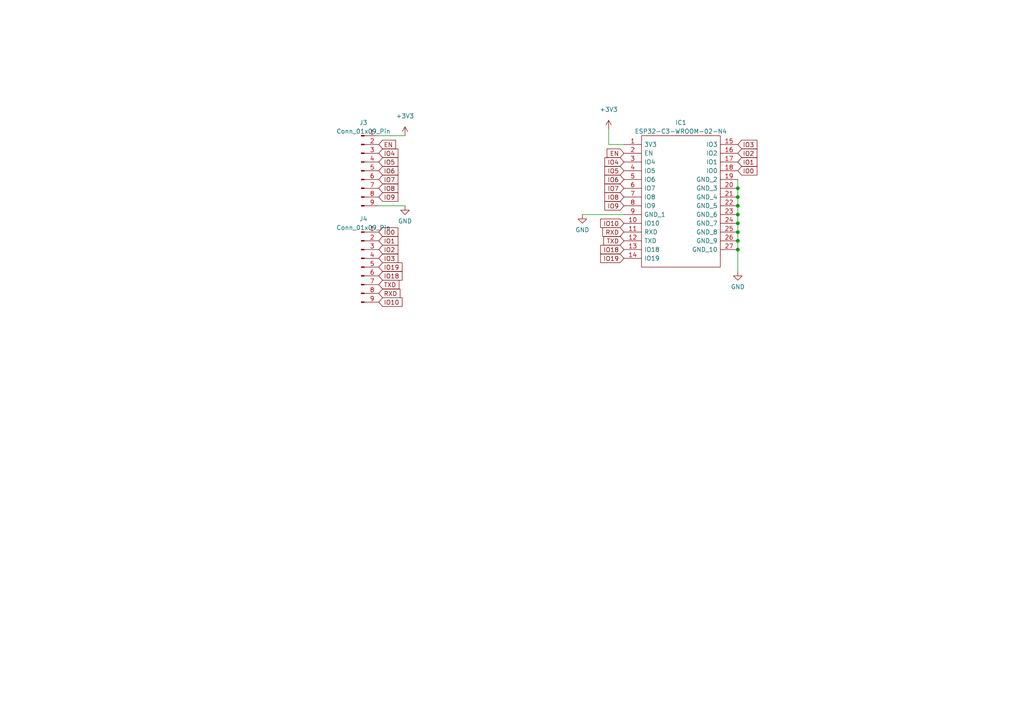
<source format=kicad_sch>
(kicad_sch (version 20230121) (generator eeschema)
  (paper "A4")
  (lib_symbols
    (symbol "Connector:Conn_01x09_Pin" (pin_names (offset 1.016) hide)
      (property "Reference" "J" (at 0 12.7 0))
      (property "Value" "Conn_01x09_Pin" (at 0 -12.7 0))
      (symbol "Conn_01x09_Pin_1_1"
        (polyline (pts (xy 1.27 -10.16) (xy 0.8636 -10.16)) (stroke (width 0.1524)))
        (polyline (pts (xy 1.27 -7.62) (xy 0.8636 -7.62)) (stroke (width 0.1524)))
        (polyline (pts (xy 1.27 -5.08) (xy 0.8636 -5.08)) (stroke (width 0.1524)))
        (polyline (pts (xy 1.27 -2.54) (xy 0.8636 -2.54)) (stroke (width 0.1524)))
        (polyline (pts (xy 1.27 0) (xy 0.8636 0)) (stroke (width 0.1524)))
        (polyline (pts (xy 1.27 2.54) (xy 0.8636 2.54)) (stroke (width 0.1524)))
        (polyline (pts (xy 1.27 5.08) (xy 0.8636 5.08)) (stroke (width 0.1524)))
        (polyline (pts (xy 1.27 7.62) (xy 0.8636 7.62)) (stroke (width 0.1524)))
        (polyline (pts (xy 1.27 10.16) (xy 0.8636 10.16)) (stroke (width 0.1524)))
        (rectangle (start 0.8636 -10.033) (end 0 -10.287) (stroke (width 0.1524)) (fill (type outline)))
        (rectangle (start 0.8636 -7.493) (end 0 -7.747) (stroke (width 0.1524)) (fill (type outline)))
        (rectangle (start 0.8636 -4.953) (end 0 -5.207) (stroke (width 0.1524)) (fill (type outline)))
        (rectangle (start 0.8636 -2.413) (end 0 -2.667) (stroke (width 0.1524)) (fill (type outline)))
        (rectangle (start 0.8636 0.127) (end 0 -0.127) (stroke (width 0.1524)) (fill (type outline)))
        (rectangle (start 0.8636 2.667) (end 0 2.413) (stroke (width 0.1524)) (fill (type outline)))
        (rectangle (start 0.8636 5.207) (end 0 4.953) (stroke (width 0.1524)) (fill (type outline)))
        (rectangle (start 0.8636 7.747) (end 0 7.493) (stroke (width 0.1524)) (fill (type outline)))
        (rectangle (start 0.8636 10.287) (end 0 10.033) (stroke (width 0.1524)) (fill (type outline)))
        (pin passive line (at 5.08 10.16 180) (length 3.81) (name "Pin_1") (number "1"))
        (pin passive line (at 5.08 7.62 180) (length 3.81) (name "Pin_2") (number "2"))
        (pin passive line (at 5.08 5.08 180) (length 3.81) (name "Pin_3") (number "3"))
        (pin passive line (at 5.08 2.54 180) (length 3.81) (name "Pin_4") (number "4"))
        (pin passive line (at 5.08 0 180) (length 3.81) (name "Pin_5") (number "5"))
        (pin passive line (at 5.08 -2.54 180) (length 3.81) (name "Pin_6") (number "6"))
        (pin passive line (at 5.08 -5.08 180) (length 3.81) (name "Pin_7") (number "7"))
        (pin passive line (at 5.08 -7.62 180) (length 3.81) (name "Pin_8") (number "8"))
        (pin passive line (at 5.08 -10.16 180) (length 3.81) (name "Pin_9") (number "9"))
      )
    )
    (symbol "ESP32-C3-WROOM-02-N4:ESP32-C3-WROOM-02-N4" (pin_names (offset 0.762))
      (property "Reference" "IC" (at 29.21 7.62 0))
      (property "Value" "ESP32-C3-WROOM-02-N4" (at 29.21 5.08 0))
      (symbol "ESP32-C3-WROOM-02-N4_0_0"
        (pin passive line (at 0 0 0) (length 5.08) (name "3V3") (number "1"))
        (pin passive line (at 0 -22.86 0) (length 5.08) (name "IO10") (number "10"))
        (pin passive line (at 0 -25.4 0) (length 5.08) (name "RXD") (number "11"))
        (pin passive line (at 0 -27.94 0) (length 5.08) (name "TXD") (number "12"))
        (pin passive line (at 0 -30.48 0) (length 5.08) (name "IO18") (number "13"))
        (pin passive line (at 0 -33.02 0) (length 5.08) (name "IO19") (number "14"))
        (pin passive line (at 33.02 0 180) (length 5.08) (name "IO3") (number "15"))
        (pin passive line (at 33.02 -2.54 180) (length 5.08) (name "IO2") (number "16"))
        (pin passive line (at 33.02 -5.08 180) (length 5.08) (name "IO1") (number "17"))
        (pin passive line (at 33.02 -7.62 180) (length 5.08) (name "IO0") (number "18"))
        (pin passive line (at 33.02 -10.16 180) (length 5.08) (name "GND_2") (number "19"))
        (pin passive line (at 0 -2.54 0) (length 5.08) (name "EN") (number "2"))
        (pin passive line (at 33.02 -12.7 180) (length 5.08) (name "GND_3") (number "20"))
        (pin passive line (at 33.02 -15.24 180) (length 5.08) (name "GND_4") (number "21"))
        (pin passive line (at 33.02 -17.78 180) (length 5.08) (name "GND_5") (number "22"))
        (pin passive line (at 33.02 -20.32 180) (length 5.08) (name "GND_6") (number "23"))
        (pin passive line (at 33.02 -22.86 180) (length 5.08) (name "GND_7") (number "24"))
        (pin passive line (at 33.02 -25.4 180) (length 5.08) (name "GND_8") (number "25"))
        (pin passive line (at 33.02 -27.94 180) (length 5.08) (name "GND_9") (number "26"))
        (pin passive line (at 33.02 -30.48 180) (length 5.08) (name "GND_10") (number "27"))
        (pin passive line (at 0 -5.08 0) (length 5.08) (name "IO4") (number "3"))
        (pin passive line (at 0 -7.62 0) (length 5.08) (name "IO5") (number "4"))
        (pin passive line (at 0 -10.16 0) (length 5.08) (name "IO6") (number "5"))
        (pin passive line (at 0 -12.7 0) (length 5.08) (name "IO7") (number "6"))
        (pin passive line (at 0 -15.24 0) (length 5.08) (name "IO8") (number "7"))
        (pin passive line (at 0 -17.78 0) (length 5.08) (name "IO9") (number "8"))
        (pin passive line (at 0 -20.32 0) (length 5.08) (name "GND_1") (number "9"))
      )
      (symbol "ESP32-C3-WROOM-02-N4_0_1"
        (polyline (pts (xy 5.08 2.54) (xy 27.94 2.54) (xy 27.94 -35.56) (xy 5.08 -35.56) (xy 5.08 2.54)) (stroke (width 0.1524)))
      )
    )
    (symbol "power:+3V3" (power) (pin_names (offset 0))
      (property "Value" "+3V3" (at 0 3.556 0))
      (symbol "+3V3_0_1"
        (polyline (pts (xy -0.762 1.27) (xy 0 2.54)))
        (polyline (pts (xy 0 0) (xy 0 2.54)))
        (polyline (pts (xy 0 2.54) (xy 0.762 1.27)))
      )
      (symbol "+3V3_1_1"
        (pin power_in line (at 0 0 90) (length 0) hide (name "+3V3") (number "1"))
      )
    )
    (symbol "power:GND" (power) (pin_names (offset 0))
      (property "Value" "GND" (at 0 -3.81 0))
      (symbol "GND_0_1"
        (polyline (pts (xy 0 0) (xy 0 -1.27) (xy 1.27 -1.27) (xy 0 -2.54) (xy -1.27 -1.27) (xy 0 -1.27)))
      )
      (symbol "GND_1_1"
        (pin power_in line (at 0 0 270) (length 0) hide (name "GND") (number "1"))
      )
    )
  )
  (junction (at 213.995 62.23))
  (junction (at 213.995 72.39))
  (junction (at 213.995 59.69))
  (junction (at 213.995 67.31))
  (junction (at 213.995 54.61))
  (junction (at 213.995 69.85))
  (junction (at 213.995 64.77))
  (junction (at 213.995 57.15))
  (wire (pts (xy 109.855 39.37) (xy 117.475 39.37)))
  (wire (pts (xy 213.995 52.07) (xy 213.995 54.61)))
  (wire (pts (xy 168.91 62.23) (xy 180.975 62.23)))
  (wire (pts (xy 180.975 41.91) (xy 176.53 41.91)))
  (wire (pts (xy 213.995 72.39) (xy 213.995 78.74)))
  (wire (pts (xy 213.995 62.23) (xy 213.995 64.77)))
  (wire (pts (xy 176.53 41.91) (xy 176.53 37.465)))
  (wire (pts (xy 213.995 54.61) (xy 213.995 57.15)))
  (wire (pts (xy 213.995 67.31) (xy 213.995 69.85)))
  (wire (pts (xy 213.995 69.85) (xy 213.995 72.39)))
  (wire (pts (xy 109.855 59.69) (xy 117.475 59.69)))
  (wire (pts (xy 213.995 59.69) (xy 213.995 62.23)))
  (wire (pts (xy 213.995 64.77) (xy 213.995 67.31)))
  (wire (pts (xy 213.995 57.15) (xy 213.995 59.69)))
  (global_label "IO2" (shape input) (at 213.995 44.45 0) (property "Intersheetrefs" "${INTERSHEET_REFS}" (effects hide)))
  (global_label "IO4" (shape input) (at 109.855 44.45 0) (property "Intersheetrefs" "${INTERSHEET_REFS}" (effects hide)))
  (global_label "IO10" (shape input) (at 109.855 87.63 0) (property "Intersheetrefs" "${INTERSHEET_REFS}" (effects hide)))
  (global_label "IO8" (shape input) (at 109.855 54.61 0) (property "Intersheetrefs" "${INTERSHEET_REFS}" (effects hide)))
  (global_label "IO0" (shape input) (at 109.855 67.31 0) (property "Intersheetrefs" "${INTERSHEET_REFS}" (effects hide)))
  (global_label "IO7" (shape input) (at 180.975 54.61 180) (property "Intersheetrefs" "${INTERSHEET_REFS}" (effects hide)))
  (global_label "IO5" (shape input) (at 109.855 46.99 0) (property "Intersheetrefs" "${INTERSHEET_REFS}" (effects hide)))
  (global_label "IO8" (shape input) (at 180.975 57.15 180) (property "Intersheetrefs" "${INTERSHEET_REFS}" (effects hide)))
  (global_label "EN" (shape input) (at 109.855 41.91 0) (property "Intersheetrefs" "${INTERSHEET_REFS}" (effects hide)))
  (global_label "RXD" (shape input) (at 180.975 67.31 180) (property "Intersheetrefs" "${INTERSHEET_REFS}" (effects hide)))
  (global_label "IO6" (shape input) (at 180.975 52.07 180) (property "Intersheetrefs" "${INTERSHEET_REFS}" (effects hide)))
  (global_label "IO3" (shape input) (at 213.995 41.91 0) (property "Intersheetrefs" "${INTERSHEET_REFS}" (effects hide)))
  (global_label "IO19" (shape input) (at 180.975 74.93 180) (property "Intersheetrefs" "${INTERSHEET_REFS}" (effects hide)))
  (global_label "IO1" (shape input) (at 213.995 46.99 0) (property "Intersheetrefs" "${INTERSHEET_REFS}" (effects hide)))
  (global_label "EN" (shape input) (at 180.975 44.45 180) (property "Intersheetrefs" "${INTERSHEET_REFS}" (effects hide)))
  (global_label "IO18" (shape input) (at 109.855 80.01 0) (property "Intersheetrefs" "${INTERSHEET_REFS}" (effects hide)))
  (global_label "IO18" (shape input) (at 180.975 72.39 180) (property "Intersheetrefs" "${INTERSHEET_REFS}" (effects hide)))
  (global_label "IO4" (shape input) (at 180.975 46.99 180) (property "Intersheetrefs" "${INTERSHEET_REFS}" (effects hide)))
  (global_label "TXD" (shape input) (at 109.855 82.55 0) (property "Intersheetrefs" "${INTERSHEET_REFS}" (effects hide)))
  (global_label "IO7" (shape input) (at 109.855 52.07 0) (property "Intersheetrefs" "${INTERSHEET_REFS}" (effects hide)))
  (global_label "IO2" (shape input) (at 109.855 72.39 0) (property "Intersheetrefs" "${INTERSHEET_REFS}" (effects hide)))
  (global_label "IO9" (shape input) (at 180.975 59.69 180) (property "Intersheetrefs" "${INTERSHEET_REFS}" (effects hide)))
  (global_label "TXD" (shape input) (at 180.975 69.85 180) (property "Intersheetrefs" "${INTERSHEET_REFS}" (effects hide)))
  (global_label "IO5" (shape input) (at 180.975 49.53 180) (property "Intersheetrefs" "${INTERSHEET_REFS}" (effects hide)))
  (global_label "IO19" (shape input) (at 109.855 77.47 0) (property "Intersheetrefs" "${INTERSHEET_REFS}" (effects hide)))
  (global_label "IO6" (shape input) (at 109.855 49.53 0) (property "Intersheetrefs" "${INTERSHEET_REFS}" (effects hide)))
  (global_label "IO3" (shape input) (at 109.855 74.93 0) (property "Intersheetrefs" "${INTERSHEET_REFS}" (effects hide)))
  (global_label "IO1" (shape input) (at 109.855 69.85 0) (property "Intersheetrefs" "${INTERSHEET_REFS}" (effects hide)))
  (global_label "IO0" (shape input) (at 213.995 49.53 0) (property "Intersheetrefs" "${INTERSHEET_REFS}" (effects hide)))
  (global_label "RXD" (shape input) (at 109.855 85.09 0) (property "Intersheetrefs" "${INTERSHEET_REFS}" (effects hide)))
  (global_label "IO10" (shape input) (at 180.975 64.77 180) (property "Intersheetrefs" "${INTERSHEET_REFS}" (effects hide)))
  (global_label "IO9" (shape input) (at 109.855 57.15 0) (property "Intersheetrefs" "${INTERSHEET_REFS}" (effects hide)))
  (symbol (lib_id "power:GND") (at 168.91 62.23 0) (unit 1)
    (property "Reference" "#PWR01" (effects hide))
    (property "Value" "GND" (at 168.91 66.675 0))
  )
  (symbol (lib_id "power:GND") (at 213.995 78.74 0) (unit 1)
    (property "Reference" "#PWR0102" (effects hide))
    (property "Value" "GND" (at 213.995 83.185 0))
  )
  (symbol (lib_id "power:GND") (at 117.475 59.69 0) (unit 1)
    (property "Reference" "#PWR02" (effects hide))
    (property "Value" "GND" (at 117.475 64.135 0))
  )
  (symbol (lib_id "Connector:Conn_01x09_Pin") (at 104.775 77.47 0) (unit 1)
    (property "Reference" "J4" (at 105.41 63.5 0))
    (property "Value" "Conn_01x09_Pin" (at 105.41 66.04 0))
    (property "Footprint" "Connector_PinHeader_2.54mm:PinHeader_1x09_P2.54mm_Vertical" (effects hide))
  )
  (symbol (lib_id "ESP32-C3-WROOM-02-N4:ESP32-C3-WROOM-02-N4") (at 180.975 41.91 0) (unit 1)
    (property "Reference" "IC1" (at 197.485 35.56 0))
    (property "Value" "ESP32-C3-WROOM-02-N4" (at 197.485 38.1 0))
    (property "Footprint" "ESP32-C3-WROOM-02-N4:ESP32C3WROOM02N4" (effects hide))
    (property "Datasheet" "https://www.mouser.ch/datasheet/2/891/Espressif_ESP32_C3_WROOM_02-2006871.pdf" (effects hide))
    (property "Description" "WiFi Modules (802.11) (Engineering Samples) SMD module, ESP32-C3, 4MB SPI flash, PCB antenna, -40 C +85 C" (effects hide))
    (property "Height" "3.35" (effects hide))
    (property "Manufacturer_Name" "Espressif Systems" (effects hide))
    (property "Manufacturer_Part_Number" "ESP32-C3-WROOM-02-N4" (effects hide))
    (property "Mouser Part Number" "356-ESP32C3WROOM02N4" (effects hide))
    (property "Mouser Price/Stock" "https://www.mouser.co.uk/ProductDetail/Espressif-Systems/ESP32-C3-WROOM-02-N4?qs=stqOd1AaK7%2FqjTZKEOgfUg%3D%3D" (effects hide))
  )
  (symbol (lib_id "power:+3V3") (at 176.53 37.465 0) (unit 1)
    (property "Reference" "#PWR0101" (effects hide))
    (property "Value" "+3V3" (at 176.53 31.75 0))
  )
  (symbol (lib_id "power:+3V3") (at 117.475 39.37 0) (unit 1)
    (property "Reference" "#PWR03" (effects hide))
    (property "Value" "+3V3" (at 117.475 33.655 0))
  )
  (symbol (lib_id "Connector:Conn_01x09_Pin") (at 104.775 49.53 0) (unit 1)
    (property "Reference" "J3" (at 105.41 35.56 0))
    (property "Value" "Conn_01x09_Pin" (at 105.41 38.1 0))
    (property "Footprint" "Connector_PinHeader_2.54mm:PinHeader_1x09_P2.54mm_Vertical" (effects hide))
  )
)
</source>
